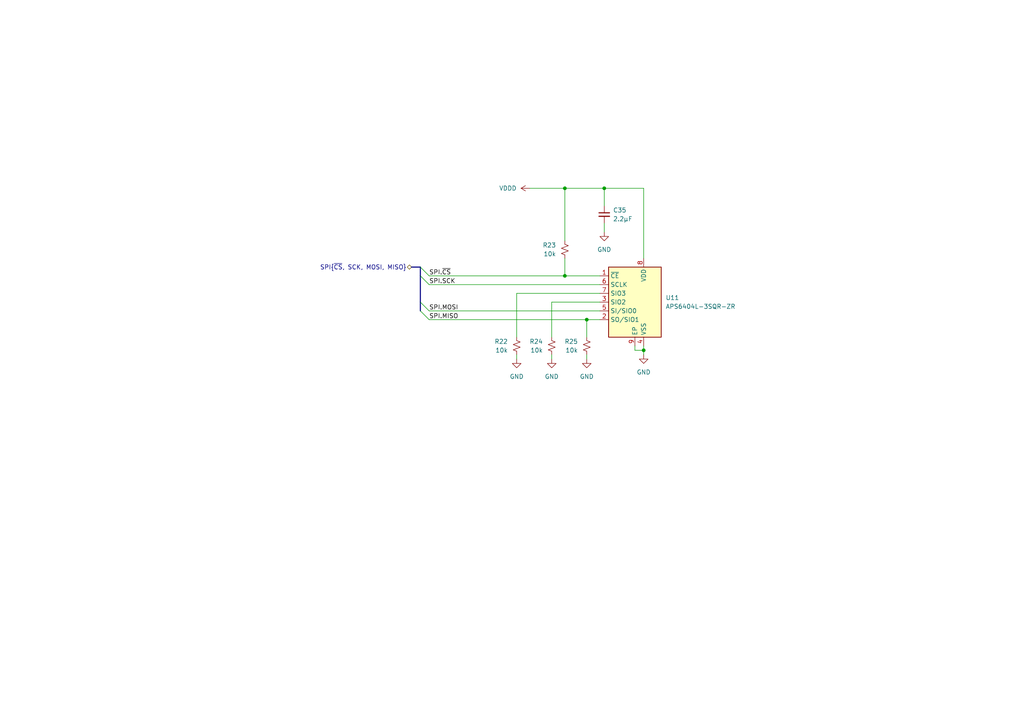
<source format=kicad_sch>
(kicad_sch (version 20231120) (generator "eeschema") (generator_version "8.0")
  (paper "A4")
  (title_block (title "PSRAM"))
  (lib_symbols
    (symbol "Device:C_Small" (pin_numbers hide) (pin_names (offset 0.254) hide)
      (property "Reference" "C" (at 0.254 1.778 0))
      (property "Value" "C_Small" (at 0.254 -2.032 0))
      (symbol "C_Small_0_1"
        (polyline (pts (xy -1.524 -0.508) (xy 1.524 -0.508)) (stroke (width 0.3302)))
        (polyline (pts (xy -1.524 0.508) (xy 1.524 0.508)) (stroke (width 0.3048)))
      )
      (symbol "C_Small_1_1"
        (pin passive line (at 0 2.54 270) (length 2.032) (name "~") (number "1"))
        (pin passive line (at 0 -2.54 90) (length 2.032) (name "~") (number "2"))
      )
    )
    (symbol "Device:R_Small_US" (pin_numbers hide) (pin_names (offset 0.254) hide)
      (property "Reference" "R" (at 0.762 0.508 0))
      (property "Value" "R_Small_US" (at 0.762 -1.016 0))
      (symbol "R_Small_US_1_1"
        (polyline (pts (xy 0 0) (xy 1.016 -0.381) (xy 0 -0.762) (xy -1.016 -1.143) (xy 0 -1.524)))
        (polyline (pts (xy 0 1.524) (xy 1.016 1.143) (xy 0 0.762) (xy -1.016 0.381) (xy 0 0)))
        (pin passive line (at 0 2.54 270) (length 1.016) (name "~") (number "1"))
        (pin passive line (at 0 -2.54 90) (length 1.016) (name "~") (number "2"))
      )
    )
    (symbol "power:GND" (power) (pin_numbers hide) (pin_names (offset 0) hide)
      (property "Value" "GND" (at 0 -3.81 0))
      (symbol "GND_0_1"
        (polyline (pts (xy 0 0) (xy 0 -1.27) (xy 1.27 -1.27) (xy 0 -2.54) (xy -1.27 -1.27) (xy 0 -1.27)))
      )
      (symbol "GND_1_1"
        (pin power_in line (at 0 0 270) (length 0) (name "~") (number "1"))
      )
    )
    (symbol "power:VCC" (power) (pin_numbers hide) (pin_names (offset 0) hide)
      (property "Value" "VCC" (at 0 3.556 0))
      (symbol "VCC_0_1"
        (polyline (pts (xy -0.762 1.27) (xy 0 2.54)))
        (polyline (pts (xy 0 0) (xy 0 2.54)))
        (polyline (pts (xy 0 2.54) (xy 0.762 1.27)))
      )
      (symbol "VCC_1_1"
        (pin power_in line (at 0 0 90) (length 0) (name "~") (number "1"))
      )
    )
    (symbol "zeus-le:APS1604M-3SQR"
      (property "Reference" "U" (at 3.81 11.43 0))
      (property "Value" "APS1604M-3SQR-ZR" (at 1.778 -11.43 0))
      (symbol "APS1604M-3SQR_0_1"
        (rectangle (start -7.62 10.16) (end 7.62 -10.16) (stroke (width 0.254)) (fill (type background)))
      )
      (symbol "APS1604M-3SQR_1_1"
        (pin input line (at 10.16 7.62 180) (length 2.54) (name "~{CE}") (number "1"))
        (pin output line (at 10.16 -5.08 180) (length 2.54) (name "SO/SIO1") (number "2"))
        (pin bidirectional line (at 10.16 0 180) (length 2.54) (name "SIO2") (number "3"))
        (pin power_in line (at -2.54 -12.7 90) (length 2.54) (name "VSS") (number "4"))
        (pin input line (at 10.16 -2.54 180) (length 2.54) (name "SI/SIO0") (number "5"))
        (pin output line (at 10.16 5.08 180) (length 2.54) (name "SCLK") (number "6"))
        (pin bidirectional line (at 10.16 2.54 180) (length 2.54) (name "SIO3") (number "7"))
        (pin power_in line (at -2.54 12.7 270) (length 2.54) (name "VDD") (number "8"))
        (pin power_in line (at 0 -12.7 90) (length 2.54) (name "EP") (number "9"))
      )
    )
  )
  (junction (at 170.18 92.71))
  (junction (at 163.83 54.61))
  (junction (at 186.69 101.6))
  (junction (at 163.83 80.01))
  (junction (at 175.26 54.61))
  (bus_entry (at 124.46 82.55) (size -2.54 -2.54))
  (bus_entry (at 124.46 92.71) (size -2.54 -2.54))
  (bus_entry (at 124.46 80.01) (size -2.54 -2.54))
  (bus_entry (at 124.46 90.17) (size -2.54 -2.54))
  (wire (pts (xy 175.26 64.77) (xy 175.26 67.31)))
  (wire (pts (xy 186.69 54.61) (xy 186.69 74.93)))
  (wire (pts (xy 124.46 82.55) (xy 173.99 82.55)))
  (wire (pts (xy 163.83 54.61) (xy 163.83 69.85)))
  (bus (pts (xy 121.92 77.47) (xy 119.38 77.47)))
  (wire (pts (xy 149.86 85.09) (xy 173.99 85.09)))
  (bus (pts (xy 121.92 80.01) (xy 121.92 77.47)))
  (wire (pts (xy 186.69 100.33) (xy 186.69 101.6)))
  (wire (pts (xy 153.67 54.61) (xy 163.83 54.61)))
  (wire (pts (xy 160.02 97.79) (xy 160.02 87.63)))
  (wire (pts (xy 124.46 92.71) (xy 170.18 92.71)))
  (wire (pts (xy 149.86 97.79) (xy 149.86 85.09)))
  (wire (pts (xy 160.02 102.87) (xy 160.02 104.14)))
  (wire (pts (xy 184.15 101.6) (xy 186.69 101.6)))
  (bus (pts (xy 121.92 87.63) (xy 121.92 90.17)))
  (wire (pts (xy 175.26 54.61) (xy 175.26 59.69)))
  (wire (pts (xy 149.86 102.87) (xy 149.86 104.14)))
  (wire (pts (xy 170.18 102.87) (xy 170.18 104.14)))
  (bus (pts (xy 121.92 87.63) (xy 121.92 80.01)))
  (wire (pts (xy 160.02 87.63) (xy 173.99 87.63)))
  (wire (pts (xy 170.18 92.71) (xy 173.99 92.71)))
  (wire (pts (xy 184.15 100.33) (xy 184.15 101.6)))
  (wire (pts (xy 186.69 101.6) (xy 186.69 102.87)))
  (wire (pts (xy 124.46 90.17) (xy 173.99 90.17)))
  (wire (pts (xy 163.83 80.01) (xy 173.99 80.01)))
  (wire (pts (xy 124.46 80.01) (xy 163.83 80.01)))
  (wire (pts (xy 170.18 92.71) (xy 170.18 97.79)))
  (wire (pts (xy 175.26 54.61) (xy 186.69 54.61)))
  (wire (pts (xy 163.83 54.61) (xy 175.26 54.61)))
  (wire (pts (xy 163.83 74.93) (xy 163.83 80.01)))
  (label "SPI.MISO" (at 124.46 92.71 0))
  (label "SPI.MOSI" (at 124.46 90.17 0))
  (label "SPI.SCK" (at 124.46 82.55 0))
  (label "SPI.~{CS}" (at 124.46 80.01 0))
  (hierarchical_label "SPI{~{CS}, SCK, MOSI, MISO}" (shape bidirectional) (at 119.38 77.47 180))
  (symbol (lib_id "power:GND") (at 160.02 104.14 0) (unit 1)
    (property "Reference" "#PWR088" (effects (hide yes)))
    (property "Value" "GND" (at 160.02 109.22 0))
    (property "Description" "Power symbol creates a global label with name \"GND\" , ground" (effects (hide yes)))
  )
  (symbol (lib_id "Device:R_Small_US") (at 170.18 100.33 0) (unit 1)
    (property "Reference" "R25" (at 167.64 99.0599 0) (effects (justify right)))
    (property "Value" "10k" (at 167.64 101.5999 0) (effects (justify right)))
    (property "Footprint" "zeus-le:R_0402_1005Metric_Silkscreen_Clearance" (effects (hide yes)))
    (property "Description" "Resistor, pull-up" (effects (hide yes)))
    (property "manf#" "CR0402-JW-103GLF" (effects (hide yes)))
  )
  (symbol (lib_id "Device:R_Small_US") (at 160.02 100.33 0) (unit 1)
    (property "Reference" "R24" (at 157.48 99.0599 0) (effects (justify right)))
    (property "Value" "10k" (at 157.48 101.5999 0) (effects (justify right)))
    (property "Footprint" "zeus-le:R_0402_1005Metric_Silkscreen_Clearance" (effects (hide yes)))
    (property "Description" "Resistor, pull-up" (effects (hide yes)))
    (property "manf#" "CR0402-JW-103GLF" (effects (hide yes)))
  )
  (symbol (lib_id "Device:R_Small_US") (at 149.86 100.33 0) (unit 1)
    (property "Reference" "R22" (at 147.32 99.0599 0) (effects (justify right)))
    (property "Value" "10k" (at 147.32 101.5999 0) (effects (justify right)))
    (property "Footprint" "zeus-le:R_0402_1005Metric_Silkscreen_Clearance" (effects (hide yes)))
    (property "Description" "Resistor, pull-up" (effects (hide yes)))
    (property "manf#" "CR0402-JW-103GLF" (effects (hide yes)))
  )
  (symbol (lib_id "Device:C_Small") (at 175.26 62.23 0) (unit 1)
    (property "Reference" "C35" (at 177.8 60.9662 0) (effects (justify left)))
    (property "Value" "2.2µF" (at 177.8 63.5062 0) (effects (justify left)))
    (property "Footprint" "zeus-le:C_0402_1005Metric_Silkscreen_Clearance" (effects (hide yes)))
    (property "Description" "Capacitor, decoupling, 10V, X5R" (effects (hide yes)))
    (property "manf#" "GRM155R61A225ME01D" (effects (hide yes)))
  )
  (symbol (lib_id "power:GND") (at 186.69 102.87 0) (unit 1)
    (property "Reference" "#PWR092" (effects (hide yes)))
    (property "Value" "GND" (at 186.69 107.95 0))
    (property "Description" "Power symbol creates a global label with name \"GND\" , ground" (effects (hide yes)))
  )
  (symbol (lib_id "power:VCC") (at 153.67 54.61 90) (mirror x) (unit 1)
    (property "Reference" "#PWR086" (effects (hide yes)))
    (property "Value" "VDDD" (at 149.86 54.6099 90) (effects (justify left)))
    (property "Description" "Digital supply, 3.4V" (effects (hide yes)))
  )
  (symbol (lib_id "power:GND") (at 170.18 104.14 0) (unit 1)
    (property "Reference" "#PWR090" (effects (hide yes)))
    (property "Value" "GND" (at 170.18 109.22 0))
    (property "Description" "Power symbol creates a global label with name \"GND\" , ground" (effects (hide yes)))
  )
  (symbol (lib_id "zeus-le:APS1604M-3SQR") (at 184.15 87.63 0) (mirror y) (unit 1)
    (property "Reference" "U11" (at 193.04 86.3599 0) (effects (justify right)))
    (property "Value" "APS6404L-3SQR-ZR" (at 193.04 88.8999 0) (effects (justify right)))
    (property "Footprint" "Package_SON:Winbond_USON-8-1EP_3x2mm_P0.5mm_EP0.2x1.6mm" (effects (hide yes)))
    (property "Datasheet" "https://www.mouser.com/datasheet/2/1127/APM_PSRAM_QSPI_APS6404L_3SQR_v2_3_PKG-1954826.pdf" (effects (hide yes)))
    (property "Description" "64 Mbit serial pseudo SRAM device organized as 8Mx8 bits, 3.3 VDD, USON-8" (effects (hide yes)))
  )
  (symbol (lib_id "Device:R_Small_US") (at 163.83 72.39 0) (unit 1)
    (property "Reference" "R23" (at 161.29 71.1199 0) (effects (justify right)))
    (property "Value" "10k" (at 161.29 73.6599 0) (effects (justify right)))
    (property "Footprint" "zeus-le:R_0402_1005Metric_Silkscreen_Clearance" (effects (hide yes)))
    (property "Description" "Resistor, pull-up" (effects (hide yes)))
    (property "manf#" "CR0402-JW-103GLF" (effects (hide yes)))
  )
  (symbol (lib_id "power:GND") (at 149.86 104.14 0) (unit 1)
    (property "Reference" "#PWR087" (effects (hide yes)))
    (property "Value" "GND" (at 149.86 109.22 0))
    (property "Description" "Power symbol creates a global label with name \"GND\" , ground" (effects (hide yes)))
  )
  (symbol (lib_id "power:GND") (at 175.26 67.31 0) (unit 1)
    (property "Reference" "#PWR089" (effects (hide yes)))
    (property "Value" "GND" (at 175.26 72.39 0))
    (property "Description" "Power symbol creates a global label with name \"GND\" , ground" (effects (hide yes)))
  )
)
</source>
